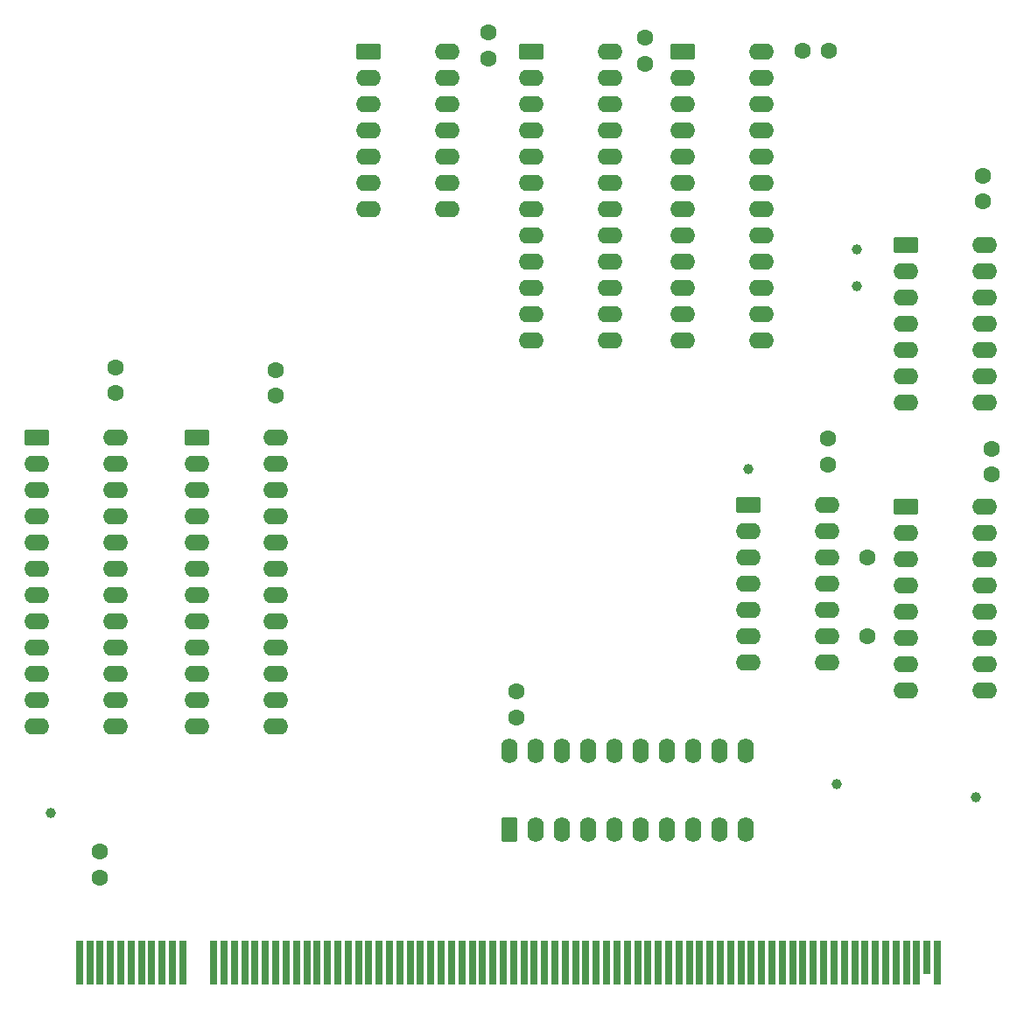
<source format=gbr>
%TF.GenerationSoftware,KiCad,Pcbnew,9.0.5*%
%TF.CreationDate,2025-11-19T18:10:55+02:00*%
%TF.ProjectId,core_1,636f7265-5f31-42e6-9b69-6361645f7063,rev?*%
%TF.SameCoordinates,Original*%
%TF.FileFunction,Soldermask,Top*%
%TF.FilePolarity,Negative*%
%FSLAX46Y46*%
G04 Gerber Fmt 4.6, Leading zero omitted, Abs format (unit mm)*
G04 Created by KiCad (PCBNEW 9.0.5) date 2025-11-19 18:10:55*
%MOMM*%
%LPD*%
G01*
G04 APERTURE LIST*
G04 Aperture macros list*
%AMRoundRect*
0 Rectangle with rounded corners*
0 $1 Rounding radius*
0 $2 $3 $4 $5 $6 $7 $8 $9 X,Y pos of 4 corners*
0 Add a 4 corners polygon primitive as box body*
4,1,4,$2,$3,$4,$5,$6,$7,$8,$9,$2,$3,0*
0 Add four circle primitives for the rounded corners*
1,1,$1+$1,$2,$3*
1,1,$1+$1,$4,$5*
1,1,$1+$1,$6,$7*
1,1,$1+$1,$8,$9*
0 Add four rect primitives between the rounded corners*
20,1,$1+$1,$2,$3,$4,$5,0*
20,1,$1+$1,$4,$5,$6,$7,0*
20,1,$1+$1,$6,$7,$8,$9,0*
20,1,$1+$1,$8,$9,$2,$3,0*%
G04 Aperture macros list end*
%ADD10C,1.000000*%
%ADD11RoundRect,0.250000X-0.950000X-0.550000X0.950000X-0.550000X0.950000X0.550000X-0.950000X0.550000X0*%
%ADD12O,2.400000X1.600000*%
%ADD13C,1.600000*%
%ADD14R,0.700000X4.300000*%
%ADD15R,0.700000X3.200000*%
%ADD16RoundRect,0.250000X0.550000X-0.950000X0.550000X0.950000X-0.550000X0.950000X-0.550000X-0.950000X0*%
%ADD17O,1.600000X2.400000*%
G04 APERTURE END LIST*
D10*
%TO.C,~{LI}1*%
X167750000Y-78750000D03*
%TD*%
D11*
%TO.C,U1*%
X182940000Y-57050000D03*
D12*
X182940000Y-59590000D03*
X182940000Y-62130000D03*
X182940000Y-64670000D03*
X182940000Y-67210000D03*
X182940000Y-69750000D03*
X182940000Y-72290000D03*
X190560000Y-72290000D03*
X190560000Y-69750000D03*
X190560000Y-67210000D03*
X190560000Y-64670000D03*
X190560000Y-62130000D03*
X190560000Y-59590000D03*
X190560000Y-57050000D03*
%TD*%
D13*
%TO.C,C3*%
X190400000Y-52850000D03*
X190400000Y-50350000D03*
%TD*%
%TO.C,C11*%
X122000000Y-71650000D03*
X122000000Y-69150000D03*
%TD*%
D14*
%TO.C,BC1*%
X103000000Y-126500000D03*
X104000000Y-126500000D03*
X105000000Y-126500000D03*
X106000000Y-126500000D03*
X107000000Y-126500000D03*
X108000000Y-126500000D03*
X109000000Y-126500000D03*
X110000000Y-126500000D03*
X111000000Y-126500000D03*
X112000000Y-126500000D03*
X113000000Y-126500000D03*
X116000000Y-126500000D03*
X117000000Y-126500000D03*
X118000000Y-126500000D03*
X119000000Y-126500000D03*
X120000000Y-126500000D03*
X121000000Y-126500000D03*
X122000000Y-126500000D03*
X123000000Y-126500000D03*
X124000000Y-126500000D03*
X125000000Y-126500000D03*
X126000000Y-126500000D03*
X127000000Y-126500000D03*
X128000000Y-126500000D03*
X129000000Y-126500000D03*
X130000000Y-126500000D03*
X131000000Y-126500000D03*
X132000000Y-126500000D03*
X133000000Y-126500000D03*
X134000000Y-126500000D03*
X135000000Y-126500000D03*
X136000000Y-126500000D03*
X137000000Y-126500000D03*
X138000000Y-126500000D03*
X139000000Y-126500000D03*
X140000000Y-126500000D03*
X141000000Y-126500000D03*
X142000000Y-126500000D03*
X143000000Y-126500000D03*
X144000000Y-126500000D03*
X145000000Y-126500000D03*
X146000000Y-126500000D03*
X147000000Y-126500000D03*
X148000000Y-126500000D03*
X149000000Y-126500000D03*
X150000000Y-126500000D03*
X151000000Y-126500000D03*
X152000000Y-126500000D03*
X153000000Y-126500000D03*
X154000000Y-126500000D03*
X155000000Y-126500000D03*
X156000000Y-126500000D03*
X157000000Y-126500000D03*
X158000000Y-126500000D03*
X159000000Y-126500000D03*
X160000000Y-126500000D03*
X161000000Y-126500000D03*
X162000000Y-126500000D03*
X163000000Y-126500000D03*
X164000000Y-126500000D03*
X165000000Y-126500000D03*
X166000000Y-126500000D03*
X167000000Y-126500000D03*
X168000000Y-126500000D03*
X169000000Y-126500000D03*
X170000000Y-126500000D03*
X171000000Y-126500000D03*
X172000000Y-126500000D03*
X173000000Y-126500000D03*
X174000000Y-126500000D03*
X175000000Y-126500000D03*
X176000000Y-126500000D03*
X177000000Y-126500000D03*
X178000000Y-126500000D03*
X179000000Y-126500000D03*
X180000000Y-126500000D03*
X181000000Y-126500000D03*
X182000000Y-126500000D03*
X183000000Y-126500000D03*
X184000000Y-126500000D03*
D15*
X185000000Y-125950000D03*
D14*
X186000000Y-126500000D03*
%TD*%
D13*
%TO.C,C5*%
X105000000Y-118240522D03*
X105000000Y-115740522D03*
%TD*%
%TO.C,C1*%
X191250000Y-79250000D03*
X191250000Y-76750000D03*
%TD*%
%TO.C,R1*%
X179250000Y-87250000D03*
X179250000Y-94870000D03*
%TD*%
%TO.C,C12*%
X106500000Y-71400000D03*
X106500000Y-68900000D03*
%TD*%
D10*
%TO.C,Power1*%
X100250000Y-112000000D03*
%TD*%
D13*
%TO.C,C9*%
X157750000Y-39500000D03*
X157750000Y-37000000D03*
%TD*%
D11*
%TO.C,DECODER2*%
X161380000Y-38390000D03*
D12*
X161380000Y-40930000D03*
X161380000Y-43470000D03*
X161380000Y-46010000D03*
X161380000Y-48550000D03*
X161380000Y-51090000D03*
X161380000Y-53630000D03*
X161380000Y-56170000D03*
X161380000Y-58710000D03*
X161380000Y-61250000D03*
X161380000Y-63790000D03*
X161380000Y-66330000D03*
X169000000Y-66330000D03*
X169000000Y-63790000D03*
X169000000Y-61250000D03*
X169000000Y-58710000D03*
X169000000Y-56170000D03*
X169000000Y-53630000D03*
X169000000Y-51090000D03*
X169000000Y-48550000D03*
X169000000Y-46010000D03*
X169000000Y-43470000D03*
X169000000Y-40930000D03*
X169000000Y-38390000D03*
%TD*%
D11*
%TO.C,DECODER4*%
X98880000Y-75680000D03*
D12*
X98880000Y-78220000D03*
X98880000Y-80760000D03*
X98880000Y-83300000D03*
X98880000Y-85840000D03*
X98880000Y-88380000D03*
X98880000Y-90920000D03*
X98880000Y-93460000D03*
X98880000Y-96000000D03*
X98880000Y-98540000D03*
X98880000Y-101080000D03*
X98880000Y-103620000D03*
X106500000Y-103620000D03*
X106500000Y-101080000D03*
X106500000Y-98540000D03*
X106500000Y-96000000D03*
X106500000Y-93460000D03*
X106500000Y-90920000D03*
X106500000Y-88380000D03*
X106500000Y-85840000D03*
X106500000Y-83300000D03*
X106500000Y-80760000D03*
X106500000Y-78220000D03*
X106500000Y-75680000D03*
%TD*%
D10*
%TO.C,Reset1*%
X189750000Y-110500000D03*
%TD*%
%TO.C,~{Clock}1*%
X176250000Y-109250000D03*
%TD*%
D11*
%TO.C,U4*%
X167750000Y-82170000D03*
D12*
X167750000Y-84710000D03*
X167750000Y-87250000D03*
X167750000Y-89790000D03*
X167750000Y-92330000D03*
X167750000Y-94870000D03*
X167750000Y-97410000D03*
X175370000Y-97410000D03*
X175370000Y-94870000D03*
X175370000Y-92330000D03*
X175370000Y-89790000D03*
X175370000Y-87250000D03*
X175370000Y-84710000D03*
X175370000Y-82170000D03*
%TD*%
D16*
%TO.C,INSTRUCTION1*%
X144630000Y-113620000D03*
D17*
X147170000Y-113620000D03*
X149710000Y-113620000D03*
X152250000Y-113620000D03*
X154790000Y-113620000D03*
X157330000Y-113620000D03*
X159870000Y-113620000D03*
X162410000Y-113620000D03*
X164950000Y-113620000D03*
X167490000Y-113620000D03*
X167490000Y-106000000D03*
X164950000Y-106000000D03*
X162410000Y-106000000D03*
X159870000Y-106000000D03*
X157330000Y-106000000D03*
X154790000Y-106000000D03*
X152250000Y-106000000D03*
X149710000Y-106000000D03*
X147170000Y-106000000D03*
X144630000Y-106000000D03*
%TD*%
D13*
%TO.C,C10*%
X173000000Y-38250000D03*
X175500000Y-38250000D03*
%TD*%
D10*
%TO.C,~{IntE}1*%
X178250000Y-57500000D03*
%TD*%
D11*
%TO.C,U2*%
X130940000Y-38385000D03*
D12*
X130940000Y-40925000D03*
X130940000Y-43465000D03*
X130940000Y-46005000D03*
X130940000Y-48545000D03*
X130940000Y-51085000D03*
X130940000Y-53625000D03*
X138560000Y-53625000D03*
X138560000Y-51085000D03*
X138560000Y-48545000D03*
X138560000Y-46005000D03*
X138560000Y-43465000D03*
X138560000Y-40925000D03*
X138560000Y-38385000D03*
%TD*%
D13*
%TO.C,C16*%
X145250000Y-102750000D03*
X145250000Y-100250000D03*
%TD*%
D11*
%TO.C,U3*%
X182940000Y-82360000D03*
D12*
X182940000Y-84900000D03*
X182940000Y-87440000D03*
X182940000Y-89980000D03*
X182940000Y-92520000D03*
X182940000Y-95060000D03*
X182940000Y-97600000D03*
X182940000Y-100140000D03*
X190560000Y-100140000D03*
X190560000Y-97600000D03*
X190560000Y-95060000D03*
X190560000Y-92520000D03*
X190560000Y-89980000D03*
X190560000Y-87440000D03*
X190560000Y-84900000D03*
X190560000Y-82360000D03*
%TD*%
D10*
%TO.C,IntS1*%
X178250000Y-61000000D03*
%TD*%
D11*
%TO.C,DECODER1*%
X146750000Y-38350000D03*
D12*
X146750000Y-40890000D03*
X146750000Y-43430000D03*
X146750000Y-45970000D03*
X146750000Y-48510000D03*
X146750000Y-51050000D03*
X146750000Y-53590000D03*
X146750000Y-56130000D03*
X146750000Y-58670000D03*
X146750000Y-61210000D03*
X146750000Y-63750000D03*
X146750000Y-66290000D03*
X154370000Y-66290000D03*
X154370000Y-63750000D03*
X154370000Y-61210000D03*
X154370000Y-58670000D03*
X154370000Y-56130000D03*
X154370000Y-53590000D03*
X154370000Y-51050000D03*
X154370000Y-48510000D03*
X154370000Y-45970000D03*
X154370000Y-43430000D03*
X154370000Y-40890000D03*
X154370000Y-38350000D03*
%TD*%
D13*
%TO.C,C2*%
X175400000Y-78300000D03*
X175400000Y-75800000D03*
%TD*%
D11*
%TO.C,DECODER3*%
X114380000Y-75680000D03*
D12*
X114380000Y-78220000D03*
X114380000Y-80760000D03*
X114380000Y-83300000D03*
X114380000Y-85840000D03*
X114380000Y-88380000D03*
X114380000Y-90920000D03*
X114380000Y-93460000D03*
X114380000Y-96000000D03*
X114380000Y-98540000D03*
X114380000Y-101080000D03*
X114380000Y-103620000D03*
X122000000Y-103620000D03*
X122000000Y-101080000D03*
X122000000Y-98540000D03*
X122000000Y-96000000D03*
X122000000Y-93460000D03*
X122000000Y-90920000D03*
X122000000Y-88380000D03*
X122000000Y-85840000D03*
X122000000Y-83300000D03*
X122000000Y-80760000D03*
X122000000Y-78220000D03*
X122000000Y-75680000D03*
%TD*%
D13*
%TO.C,C4*%
X142600000Y-39000000D03*
X142600000Y-36500000D03*
%TD*%
M02*

</source>
